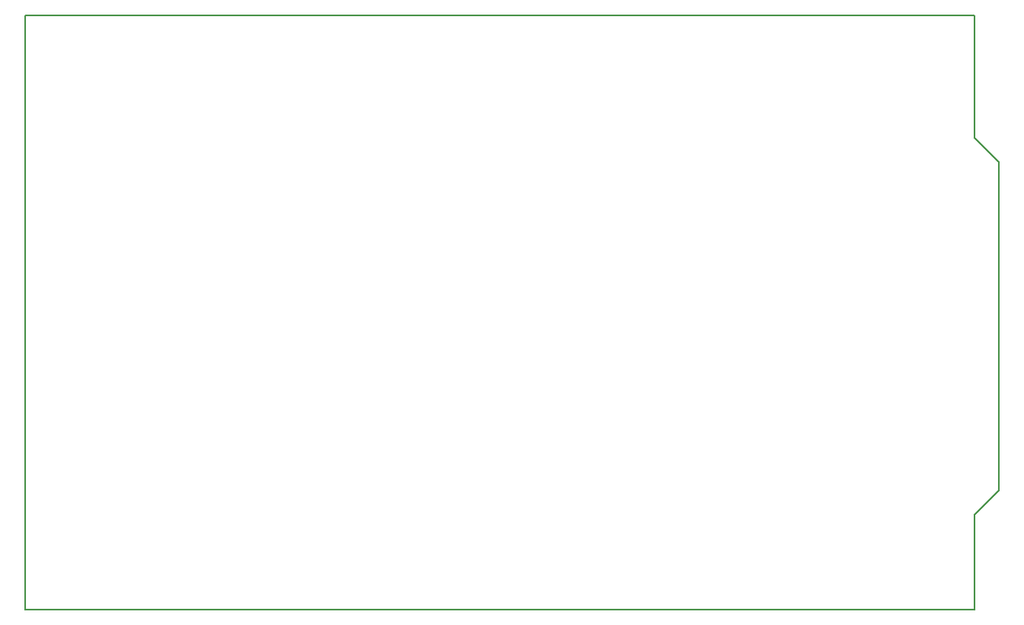
<source format=gbr>
%TF.GenerationSoftware,KiCad,Pcbnew,(5.1.6)-1*%
%TF.CreationDate,2021-10-14T14:48:08+02:00*%
%TF.ProjectId,DUE_Shield_v1,4455455f-5368-4696-956c-645f76312e6b,rev?*%
%TF.SameCoordinates,PX6296c50PY7c37510*%
%TF.FileFunction,Profile,NP*%
%FSLAX46Y46*%
G04 Gerber Fmt 4.6, Leading zero omitted, Abs format (unit mm)*
G04 Created by KiCad (PCBNEW (5.1.6)-1) date 2021-10-14 14:48:08*
%MOMM*%
%LPD*%
G01*
G04 APERTURE LIST*
%TA.AperFunction,Profile*%
%ADD10C,0.150000*%
%TD*%
G04 APERTURE END LIST*
D10*
X99060000Y9854000D02*
X99060000Y0D01*
X101600000Y12394000D02*
X99060000Y9854000D01*
X99060000Y49224000D02*
X101600000Y46684000D01*
X99060000Y0D02*
X0Y0D01*
X101600000Y46684000D02*
X101600000Y12394000D01*
X99060000Y62000000D02*
X99060000Y49224000D01*
X0Y62000000D02*
X99060000Y62000000D01*
X0Y0D02*
X0Y62000000D01*
M02*

</source>
